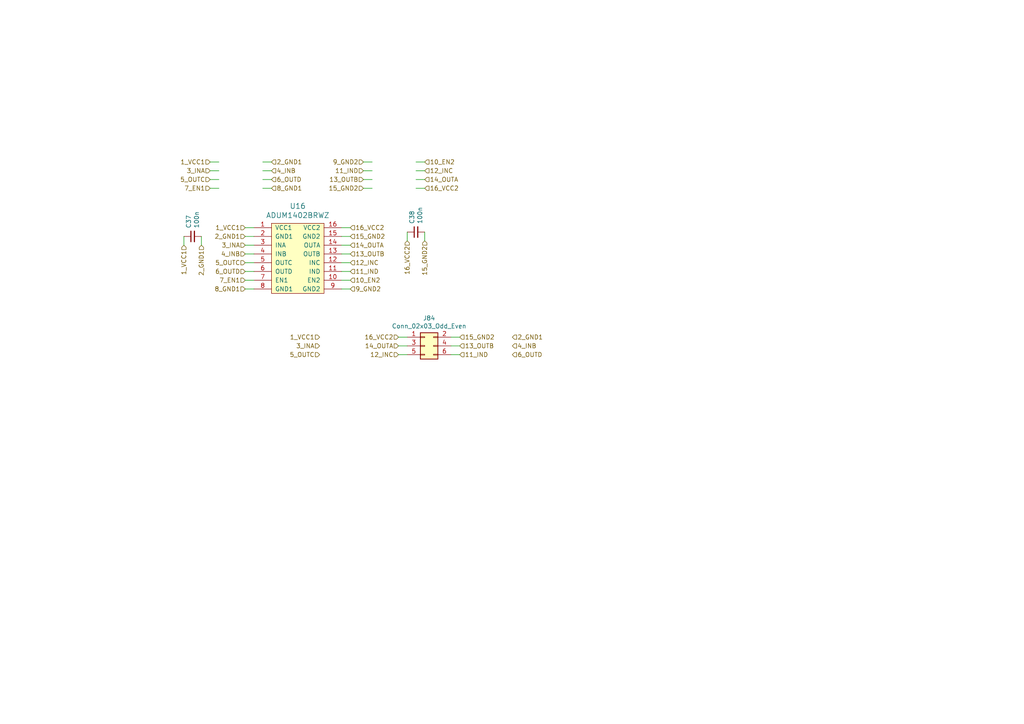
<source format=kicad_sch>
(kicad_sch (version 20210621) (generator eeschema)
  (paper "A4")
  (lib_symbols
    (symbol "FreeEEG32-ads131-rescue:ADUM1402BRWZ-adum1402brwz" (pin_names (offset 1.016))
      (property "Reference" "U" (at 0 0 0))
      (property "Value" "ADUM1402BRWZ-adum1402brwz" (at 0 11.43 0))
      (symbol "ADUM1402BRWZ-adum1402brwz_0_1"
        (rectangle (start -7.62 10.16) (end 7.62 -10.16) (fill (type background)))
      )
      (symbol "ADUM1402BRWZ-adum1402brwz_1_1"
        (pin power_in line (at -12.7 8.89 0) (length 5.08) (name "VCC1") (number "1"))
        (pin input line (at 12.7 -6.35 180) (length 5.08) (name "EN2") (number "10"))
        (pin input line (at 12.7 -3.81 180) (length 5.08) (name "IND") (number "11"))
        (pin input line (at 12.7 -1.27 180) (length 5.08) (name "INC") (number "12"))
        (pin output line (at 12.7 1.27 180) (length 5.08) (name "OUTB") (number "13"))
        (pin output line (at 12.7 3.81 180) (length 5.08) (name "OUTA") (number "14"))
        (pin power_in line (at 12.7 6.35 180) (length 5.08) (name "GND2") (number "15"))
        (pin power_in line (at 12.7 8.89 180) (length 5.08) (name "VCC2") (number "16"))
        (pin power_in line (at -12.7 6.35 0) (length 5.08) (name "GND1") (number "2"))
        (pin input line (at -12.7 3.81 0) (length 5.08) (name "INA") (number "3"))
        (pin input line (at -12.7 1.27 0) (length 5.08) (name "INB") (number "4"))
        (pin output line (at -12.7 -1.27 0) (length 5.08) (name "OUTC") (number "5"))
        (pin output line (at -12.7 -3.81 0) (length 5.08) (name "OUTD") (number "6"))
        (pin input line (at -12.7 -6.35 0) (length 5.08) (name "EN1") (number "7"))
        (pin power_in line (at -12.7 -8.89 0) (length 5.08) (name "GND1") (number "8"))
        (pin power_in line (at 12.7 -8.89 180) (length 5.08) (name "GND2") (number "9"))
      )
    )
    (symbol "FreeEEG32-ads131-rescue:C_Small-Device" (pin_numbers hide) (pin_names (offset 0.254) hide)
      (property "Reference" "C" (at 0.254 1.778 0))
      (property "Value" "C_Small-Device" (at 0.254 -2.032 0))
      (symbol "C_Small-Device_0_1"
        (polyline (pts (xy -1.524 -0.508) (xy 1.524 -0.508)) (stroke (width 0.3302)))
        (polyline (pts (xy -1.524 0.508) (xy 1.524 0.508)) (stroke (width 0.3048)))
      )
      (symbol "C_Small-Device_1_1"
        (pin passive line (at 0 2.54 270) (length 2.032) (name "~") (number "1"))
        (pin passive line (at 0 -2.54 90) (length 2.032) (name "~") (number "2"))
      )
    )
    (symbol "FreeEEG32-ads131-rescue:Conn_02x03_Odd_Even-Connector_Generic" (pin_names (offset 1.016) hide)
      (property "Reference" "J" (at 1.27 5.08 0))
      (property "Value" "Conn_02x03_Odd_Even-Connector_Generic" (at 1.27 -5.08 0))
      (symbol "Conn_02x03_Odd_Even-Connector_Generic_1_1"
        (rectangle (start -1.27 -2.413) (end 0 -2.667) (stroke (width 0.1524)))
        (rectangle (start -1.27 0.127) (end 0 -0.127) (stroke (width 0.1524)))
        (rectangle (start -1.27 2.667) (end 0 2.413) (stroke (width 0.1524)))
        (rectangle (start 3.81 -2.413) (end 2.54 -2.667) (stroke (width 0.1524)))
        (rectangle (start 3.81 0.127) (end 2.54 -0.127) (stroke (width 0.1524)))
        (rectangle (start 3.81 2.667) (end 2.54 2.413) (stroke (width 0.1524)))
        (rectangle (start -1.27 3.81) (end 3.81 -3.81) (stroke (width 0.254)) (fill (type background)))
        (pin passive line (at -5.08 2.54 0) (length 3.81) (name "Pin_1") (number "1"))
        (pin passive line (at 7.62 2.54 180) (length 3.81) (name "Pin_2") (number "2"))
        (pin passive line (at -5.08 0 0) (length 3.81) (name "Pin_3") (number "3"))
        (pin passive line (at 7.62 0 180) (length 3.81) (name "Pin_4") (number "4"))
        (pin passive line (at -5.08 -2.54 0) (length 3.81) (name "Pin_5") (number "5"))
        (pin passive line (at 7.62 -2.54 180) (length 3.81) (name "Pin_6") (number "6"))
      )
    )
  )
  (wire (pts (xy 53.34 71.12) (xy 53.34 68.58)))
  (wire (pts (xy 58.42 71.12) (xy 58.42 68.58)))
  (wire (pts (xy 60.96 46.99) (xy 63.5 46.99)))
  (wire (pts (xy 60.96 49.53) (xy 63.5 49.53)))
  (wire (pts (xy 60.96 52.07) (xy 63.5 52.07)))
  (wire (pts (xy 60.96 54.61) (xy 63.5 54.61)))
  (wire (pts (xy 71.12 66.04) (xy 73.66 66.04)))
  (wire (pts (xy 71.12 68.58) (xy 73.66 68.58)))
  (wire (pts (xy 71.12 71.12) (xy 73.66 71.12)))
  (wire (pts (xy 71.12 73.66) (xy 73.66 73.66)))
  (wire (pts (xy 71.12 76.2) (xy 73.66 76.2)))
  (wire (pts (xy 71.12 78.74) (xy 73.66 78.74)))
  (wire (pts (xy 71.12 81.28) (xy 73.66 81.28)))
  (wire (pts (xy 71.12 83.82) (xy 73.66 83.82)))
  (wire (pts (xy 78.74 46.99) (xy 76.2 46.99)))
  (wire (pts (xy 78.74 49.53) (xy 76.2 49.53)))
  (wire (pts (xy 78.74 52.07) (xy 76.2 52.07)))
  (wire (pts (xy 78.74 54.61) (xy 76.2 54.61)))
  (wire (pts (xy 101.6 66.04) (xy 99.06 66.04)))
  (wire (pts (xy 101.6 68.58) (xy 99.06 68.58)))
  (wire (pts (xy 101.6 71.12) (xy 99.06 71.12)))
  (wire (pts (xy 101.6 73.66) (xy 99.06 73.66)))
  (wire (pts (xy 101.6 76.2) (xy 99.06 76.2)))
  (wire (pts (xy 101.6 78.74) (xy 99.06 78.74)))
  (wire (pts (xy 101.6 81.28) (xy 99.06 81.28)))
  (wire (pts (xy 101.6 83.82) (xy 99.06 83.82)))
  (wire (pts (xy 105.41 46.99) (xy 107.95 46.99)))
  (wire (pts (xy 105.41 49.53) (xy 107.95 49.53)))
  (wire (pts (xy 105.41 52.07) (xy 107.95 52.07)))
  (wire (pts (xy 105.41 54.61) (xy 107.95 54.61)))
  (wire (pts (xy 115.57 97.79) (xy 118.11 97.79)))
  (wire (pts (xy 115.57 100.33) (xy 118.11 100.33)))
  (wire (pts (xy 115.57 102.87) (xy 118.11 102.87)))
  (wire (pts (xy 118.11 69.85) (xy 118.11 67.31)))
  (wire (pts (xy 123.19 46.99) (xy 120.65 46.99)))
  (wire (pts (xy 123.19 49.53) (xy 120.65 49.53)))
  (wire (pts (xy 123.19 52.07) (xy 120.65 52.07)))
  (wire (pts (xy 123.19 54.61) (xy 120.65 54.61)))
  (wire (pts (xy 123.19 69.85) (xy 123.19 67.31)))
  (wire (pts (xy 133.35 97.79) (xy 130.81 97.79)))
  (wire (pts (xy 133.35 100.33) (xy 130.81 100.33)))
  (wire (pts (xy 133.35 102.87) (xy 130.81 102.87)))
  (hierarchical_label "1_VCC1" (shape input) (at 53.34 71.12 270))
  (hierarchical_label "2_GND1" (shape input) (at 58.42 71.12 270))
  (hierarchical_label "1_VCC1" (shape input) (at 60.96 46.99 180))
  (hierarchical_label "3_INA" (shape input) (at 60.96 49.53 180))
  (hierarchical_label "5_OUTC" (shape input) (at 60.96 52.07 180))
  (hierarchical_label "7_EN1" (shape input) (at 60.96 54.61 180))
  (hierarchical_label "1_VCC1" (shape input) (at 71.12 66.04 180))
  (hierarchical_label "2_GND1" (shape input) (at 71.12 68.58 180))
  (hierarchical_label "3_INA" (shape input) (at 71.12 71.12 180))
  (hierarchical_label "4_INB" (shape input) (at 71.12 73.66 180))
  (hierarchical_label "5_OUTC" (shape input) (at 71.12 76.2 180))
  (hierarchical_label "6_OUTD" (shape input) (at 71.12 78.74 180))
  (hierarchical_label "7_EN1" (shape input) (at 71.12 81.28 180))
  (hierarchical_label "8_GND1" (shape input) (at 71.12 83.82 180))
  (hierarchical_label "2_GND1" (shape input) (at 78.74 46.99 0))
  (hierarchical_label "4_INB" (shape input) (at 78.74 49.53 0))
  (hierarchical_label "6_OUTD" (shape input) (at 78.74 52.07 0))
  (hierarchical_label "8_GND1" (shape input) (at 78.74 54.61 0))
  (hierarchical_label "1_VCC1" (shape input) (at 92.71 97.79 180))
  (hierarchical_label "3_INA" (shape input) (at 92.71 100.33 180))
  (hierarchical_label "5_OUTC" (shape input) (at 92.71 102.87 180))
  (hierarchical_label "16_VCC2" (shape input) (at 101.6 66.04 0))
  (hierarchical_label "15_GND2" (shape input) (at 101.6 68.58 0))
  (hierarchical_label "14_OUTA" (shape input) (at 101.6 71.12 0))
  (hierarchical_label "13_OUTB" (shape input) (at 101.6 73.66 0))
  (hierarchical_label "12_INC" (shape input) (at 101.6 76.2 0))
  (hierarchical_label "11_IND" (shape input) (at 101.6 78.74 0))
  (hierarchical_label "10_EN2" (shape input) (at 101.6 81.28 0))
  (hierarchical_label "9_GND2" (shape input) (at 101.6 83.82 0))
  (hierarchical_label "9_GND2" (shape input) (at 105.41 46.99 180))
  (hierarchical_label "11_IND" (shape input) (at 105.41 49.53 180))
  (hierarchical_label "13_OUTB" (shape input) (at 105.41 52.07 180))
  (hierarchical_label "15_GND2" (shape input) (at 105.41 54.61 180))
  (hierarchical_label "16_VCC2" (shape input) (at 115.57 97.79 180))
  (hierarchical_label "14_OUTA" (shape input) (at 115.57 100.33 180))
  (hierarchical_label "12_INC" (shape input) (at 115.57 102.87 180))
  (hierarchical_label "16_VCC2" (shape input) (at 118.11 69.85 270))
  (hierarchical_label "10_EN2" (shape input) (at 123.19 46.99 0))
  (hierarchical_label "12_INC" (shape input) (at 123.19 49.53 0))
  (hierarchical_label "14_OUTA" (shape input) (at 123.19 52.07 0))
  (hierarchical_label "16_VCC2" (shape input) (at 123.19 54.61 0))
  (hierarchical_label "15_GND2" (shape input) (at 123.19 69.85 270))
  (hierarchical_label "15_GND2" (shape input) (at 133.35 97.79 0))
  (hierarchical_label "13_OUTB" (shape input) (at 133.35 100.33 0))
  (hierarchical_label "11_IND" (shape input) (at 133.35 102.87 0))
  (hierarchical_label "2_GND1" (shape input) (at 148.59 97.79 0))
  (hierarchical_label "4_INB" (shape input) (at 148.59 100.33 0))
  (hierarchical_label "6_OUTD" (shape input) (at 148.59 102.87 0))
  (symbol (lib_id "FreeEEG32-ads131-rescue:C_Small-Device") (at 55.88 68.58 90) (unit 1)
    (property "Reference" "C37" (at 54.7116 66.2432 0) (effects (justify left)))
    (property "Value" "100n" (at 57.023 66.2432 0) (effects (justify left)))
    (property "Footprint" "Capacitor_SMD:C_0402_1005Metric" (effects hide))
    (property "MNP" "CL05B104KO5NNNC" (effects hide))
  )
  (symbol (lib_id "FreeEEG32-ads131-rescue:C_Small-Device") (at 120.65 67.31 90) (unit 1)
    (property "Reference" "C38" (at 119.4816 64.9732 0) (effects (justify left)))
    (property "Value" "100n" (at 121.793 64.9732 0) (effects (justify left)))
    (property "Footprint" "Capacitor_SMD:C_0402_1005Metric" (effects hide))
    (property "MNP" "CL05B104KO5NNNC" (effects hide))
  )
  (symbol (lib_id "FreeEEG32-ads131-rescue:Conn_02x03_Odd_Even-Connector_Generic") (at 123.19 100.33 0) (unit 1)
    (property "Reference" "J84" (at 124.46 92.2782 0))
    (property "Value" "Conn_02x03_Odd_Even" (at 124.46 94.5896 0))
    (property "Footprint" "Connector_PinHeader_2.54mm:PinHeader_2x03_P2.54mm_Horizontal" (effects hide))
    (property "MNP" "PREC003DBAN-M71RC" (effects hide))
  )
  (symbol (lib_id "FreeEEG32-ads131-rescue:ADUM1402BRWZ-adum1402brwz") (at 86.36 74.93 0) (unit 1)
    (property "Reference" "U16" (at 86.36 59.7662 0) (effects (font (size 1.524 1.524))))
    (property "Value" "ADUM1402BRWZ" (at 86.36 62.4586 0) (effects (font (size 1.524 1.524))))
    (property "Footprint" "Package_SO:SOIC-16W_7.5x10.3mm_P1.27mm" (effects hide))
    (property "MNP" "ADUM1402BRWZ" (effects hide))
  )
)
</source>
